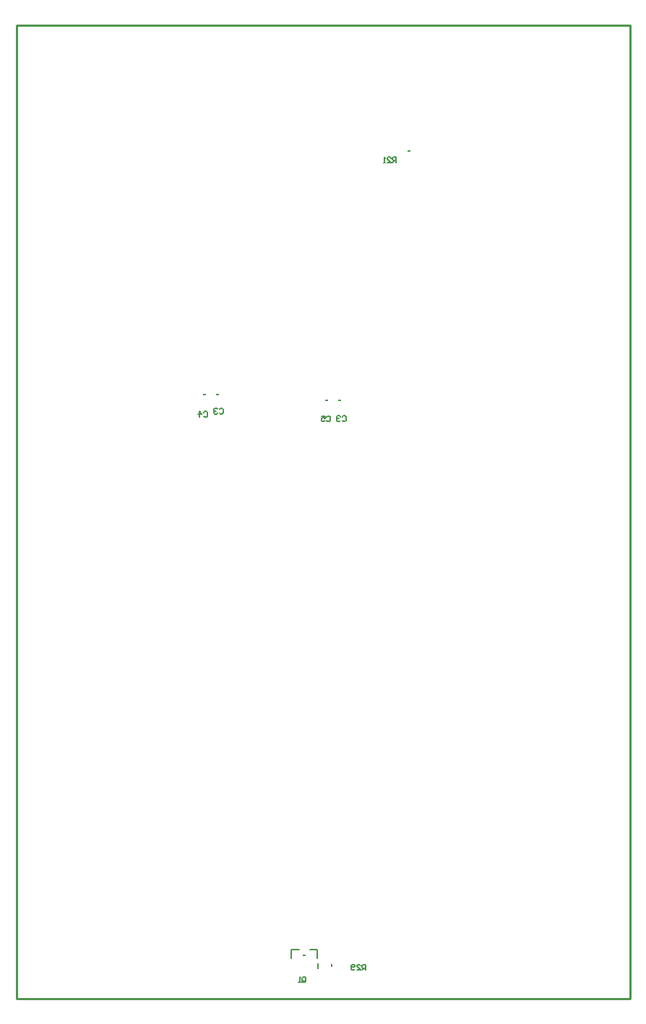
<source format=gbo>
G04*
G04 #@! TF.GenerationSoftware,Altium Limited,Altium Designer,18.1.7 (191)*
G04*
G04 Layer_Color=32896*
%FSLAX25Y25*%
%MOIN*%
G70*
G01*
G75*
%ADD13C,0.00787*%
%ADD14C,0.01000*%
%ADD15C,0.00500*%
%ADD18R,0.01575X0.00787*%
%ADD19R,0.00787X0.01575*%
%ADD141R,0.00787X0.03150*%
D13*
X167206Y18119D02*
X167206Y22056D01*
X163859Y22056D02*
X167206Y22056D01*
X155394Y18119D02*
X155394Y22056D01*
X158741Y22056D01*
D14*
X28500Y-500D02*
Y448500D01*
Y-500D02*
X28800D01*
X311500D01*
X311500Y448500D02*
X311500Y-500D01*
X28500Y448500D02*
X311500D01*
D15*
X160334Y7417D02*
Y9083D01*
X160750Y9499D01*
X161583D01*
X162000Y9083D01*
Y7417D01*
X161583Y7000D01*
X160750D01*
X161167Y7833D02*
X160334Y7000D01*
X160750D02*
X160334Y7417D01*
X159501Y7000D02*
X158668D01*
X159084D01*
Y9499D01*
X159501Y9083D01*
X122134Y271283D02*
X122550Y271699D01*
X123383D01*
X123800Y271283D01*
Y269617D01*
X123383Y269200D01*
X122550D01*
X122134Y269617D01*
X121301Y271283D02*
X120884Y271699D01*
X120051D01*
X119635Y271283D01*
Y270866D01*
X120051Y270450D01*
X120468D01*
X120051D01*
X119635Y270033D01*
Y269617D01*
X120051Y269200D01*
X120884D01*
X121301Y269617D01*
X178734Y267883D02*
X179150Y268299D01*
X179983D01*
X180400Y267883D01*
Y266216D01*
X179983Y265800D01*
X179150D01*
X178734Y266216D01*
X177901Y267883D02*
X177484Y268299D01*
X176651D01*
X176235Y267883D01*
Y267466D01*
X176651Y267050D01*
X177068D01*
X176651D01*
X176235Y266633D01*
Y266216D01*
X176651Y265800D01*
X177484D01*
X177901Y266216D01*
X114834Y269883D02*
X115250Y270299D01*
X116084D01*
X116500Y269883D01*
Y268216D01*
X116084Y267800D01*
X115250D01*
X114834Y268216D01*
X112751Y267800D02*
Y270299D01*
X114001Y269050D01*
X112335D01*
X171634Y267783D02*
X172050Y268199D01*
X172883D01*
X173300Y267783D01*
Y266116D01*
X172883Y265700D01*
X172050D01*
X171634Y266116D01*
X169135Y268199D02*
X170801D01*
Y266950D01*
X169968Y267366D01*
X169551D01*
X169135Y266950D01*
Y266116D01*
X169551Y265700D01*
X170384D01*
X170801Y266116D01*
X203700Y385100D02*
Y387599D01*
X202450D01*
X202034Y387183D01*
Y386350D01*
X202450Y385933D01*
X203700D01*
X202867D02*
X202034Y385100D01*
X199535D02*
X201201D01*
X199535Y386766D01*
Y387183D01*
X199951Y387599D01*
X200784D01*
X201201Y387183D01*
X198702Y385100D02*
X197869D01*
X198285D01*
Y387599D01*
X198702Y387183D01*
X189600Y12700D02*
Y15199D01*
X188350D01*
X187934Y14783D01*
Y13950D01*
X188350Y13533D01*
X189600D01*
X188767D02*
X187934Y12700D01*
X185435D02*
X187101D01*
X185435Y14366D01*
Y14783D01*
X185851Y15199D01*
X186684D01*
X187101Y14783D01*
X184602Y13116D02*
X184185Y12700D01*
X183352D01*
X182936Y13116D01*
Y14783D01*
X183352Y15199D01*
X184185D01*
X184602Y14783D01*
Y14366D01*
X184185Y13950D01*
X182936D01*
D18*
X161300Y19300D02*
D03*
X121100Y278000D02*
D03*
X177700Y275500D02*
D03*
X115100Y278000D02*
D03*
X171700Y275500D02*
D03*
X209500Y390500D02*
D03*
D19*
X173800Y14800D02*
D03*
D141*
X167599Y14380D02*
D03*
M02*

</source>
